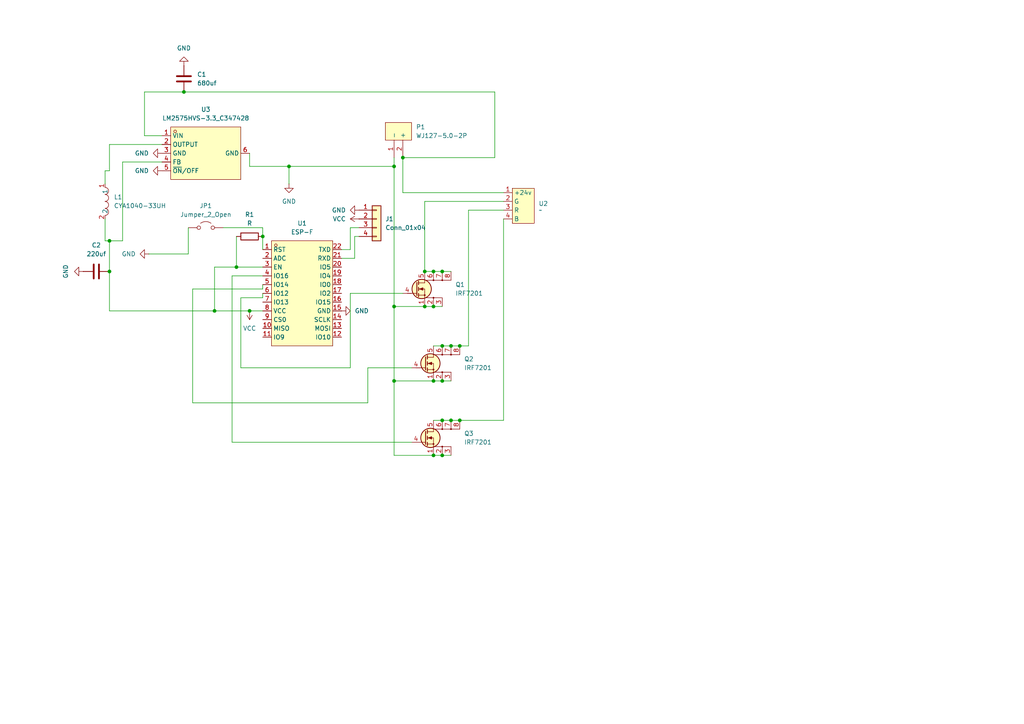
<source format=kicad_sch>
(kicad_sch (version 20231120) (generator "eeschema") (generator_version "8.0")
  (paper "A4")
  (lib_symbols
    (symbol "Connector_Generic:Conn_01x04" (pin_names (offset 1.016) hide)
      (property "Reference" "J" (at 0 5.08 0))
      (property "Value" "Conn_01x04" (at 0 -7.62 0))
      (symbol "Conn_01x04_1_1"
        (rectangle (start -1.27 -4.953) (end 0 -5.207) (stroke (width 0.1524)))
        (rectangle (start -1.27 -2.413) (end 0 -2.667) (stroke (width 0.1524)))
        (rectangle (start -1.27 0.127) (end 0 -0.127) (stroke (width 0.1524)))
        (rectangle (start -1.27 2.667) (end 0 2.413) (stroke (width 0.1524)))
        (rectangle (start -1.27 3.81) (end 1.27 -6.35) (stroke (width 0.254)) (fill (type background)))
        (pin passive line (at -5.08 2.54 0) (length 3.81) (name "Pin_1") (number "1"))
        (pin passive line (at -5.08 0 0) (length 3.81) (name "Pin_2") (number "2"))
        (pin passive line (at -5.08 -2.54 0) (length 3.81) (name "Pin_3") (number "3"))
        (pin passive line (at -5.08 -5.08 0) (length 3.81) (name "Pin_4") (number "4"))
      )
    )
    (symbol "Device:C" (pin_numbers hide) (pin_names (offset 0.254))
      (property "Reference" "C" (at 0.635 2.54 0))
      (property "Value" "C" (at 0.635 -2.54 0))
      (symbol "C_0_1"
        (polyline (pts (xy -2.032 -0.762) (xy 2.032 -0.762)) (stroke (width 0.508)))
        (polyline (pts (xy -2.032 0.762) (xy 2.032 0.762)) (stroke (width 0.508)))
      )
      (symbol "C_1_1"
        (pin passive line (at 0 3.81 270) (length 2.794) (name "~") (number "1"))
        (pin passive line (at 0 -3.81 90) (length 2.794) (name "~") (number "2"))
      )
    )
    (symbol "Device:R" (pin_numbers hide) (pin_names (offset 0))
      (property "Reference" "R" (at 2.032 0 90))
      (property "Value" "R" (at 0 0 90))
      (symbol "R_0_1"
        (rectangle (start -1.016 -2.54) (end 1.016 2.54) (stroke (width 0.254)))
      )
      (symbol "R_1_1"
        (pin passive line (at 0 3.81 270) (length 1.27) (name "~") (number "1"))
        (pin passive line (at 0 -3.81 90) (length 1.27) (name "~") (number "2"))
      )
    )
    (symbol "EasyEda:CYA1040-33UH"
      (property "Reference" "L" (at 0 5.08 0))
      (property "Value" "CYA1040-33UH" (at 0 -5.08 0))
      (symbol "CYA1040-33UH_0_1"
        (arc (start -2.03 0.01) (mid -3.055 1.013) (end -4.06 -0.01))
        (arc (start 0 0.01) (mid -1.025 1.013) (end -2.03 -0.01))
        (arc (start 2.03 0.01) (mid 1.005 1.013) (end 0 -0.01))
        (arc (start 4.06 0.01) (mid 3.035 1.013) (end 2.03 -0.01))
        (pin unspecified line (at -5.08 0 0) (length 1.016) (name "1") (number "1"))
        (pin unspecified line (at 5.08 0 180) (length 1.016) (name "2") (number "2"))
      )
    )
    (symbol "EasyEda:ESP-F"
      (property "Reference" "U" (at 0 17.78 0))
      (property "Value" "ESP-F" (at 0 -17.78 0))
      (symbol "ESP-F_0_1"
        (rectangle (start -8.89 15.24) (end 8.89 -15.24) (fill (type background)))
        (circle (center -7.62 13.97) (radius 0.38))
        (pin unspecified line (at -11.43 12.7 0) (length 2.54) (name "RST") (number "1"))
        (pin unspecified line (at -11.43 -10.16 0) (length 2.54) (name "MISO") (number "10"))
        (pin unspecified line (at -11.43 -12.7 0) (length 2.54) (name "IO9") (number "11"))
        (pin unspecified line (at 11.43 -12.7 180) (length 2.54) (name "IO10") (number "12"))
        (pin unspecified line (at 11.43 -10.16 180) (length 2.54) (name "MOSI") (number "13"))
        (pin unspecified line (at 11.43 -7.62 180) (length 2.54) (name "SCLK") (number "14"))
        (pin unspecified line (at 11.43 -5.08 180) (length 2.54) (name "GND") (number "15"))
        (pin unspecified line (at 11.43 -2.54 180) (length 2.54) (name "IO15") (number "16"))
        (pin unspecified line (at 11.43 0 180) (length 2.54) (name "IO2") (number "17"))
        (pin unspecified line (at 11.43 2.54 180) (length 2.54) (name "IO0") (number "18"))
        (pin unspecified line (at 11.43 5.08 180) (length 2.54) (name "IO4") (number "19"))
        (pin unspecified line (at -11.43 10.16 0) (length 2.54) (name "ADC") (number "2"))
        (pin unspecified line (at 11.43 7.62 180) (length 2.54) (name "IO5") (number "20"))
        (pin unspecified line (at 11.43 10.16 180) (length 2.54) (name "RXD") (number "21"))
        (pin unspecified line (at 11.43 12.7 180) (length 2.54) (name "TXD") (number "22"))
        (pin unspecified line (at -11.43 7.62 0) (length 2.54) (name "EN") (number "3"))
        (pin unspecified line (at -11.43 5.08 0) (length 2.54) (name "IO16") (number "4"))
        (pin unspecified line (at -11.43 2.54 0) (length 2.54) (name "IO14") (number "5"))
        (pin unspecified line (at -11.43 0 0) (length 2.54) (name "IO12") (number "6"))
        (pin unspecified line (at -11.43 -2.54 0) (length 2.54) (name "IO13") (number "7"))
        (pin unspecified line (at -11.43 -5.08 0) (length 2.54) (name "VCC") (number "8"))
        (pin unspecified line (at -11.43 -7.62 0) (length 2.54) (name "CS0") (number "9"))
      )
    )
    (symbol "EasyEda:LM2575HVS-3.3_C347428"
      (property "Reference" "U" (at 0 10.16 0))
      (property "Value" "LM2575HVS-3.3_C347428" (at 0 -10.16 0))
      (symbol "LM2575HVS-3.3_C347428_0_1"
        (rectangle (start -10.16 7.62) (end 10.16 -7.62) (fill (type background)))
        (circle (center -8.89 6.35) (radius 0.38))
        (pin unspecified line (at -12.7 5.08 0) (length 2.54) (name "VIN") (number "1"))
        (pin unspecified line (at -12.7 2.54 0) (length 2.54) (name "OUTPUT") (number "2"))
        (pin unspecified line (at -12.7 0 0) (length 2.54) (name "GND") (number "3"))
        (pin unspecified line (at -12.7 -2.54 0) (length 2.54) (name "FB") (number "4"))
        (pin unspecified line (at -12.7 -5.08 0) (length 2.54) (name "~{ON}/OFF") (number "5"))
        (pin unspecified line (at 12.7 0 180) (length 2.54) (name "GND") (number "6"))
      )
    )
    (symbol "EasyEda:WJ127-5.0-2P"
      (property "Reference" "P1" (at 5.08 3.8101 0))
      (property "Value" "WJ127-5.0-2P" (at 5.08 1.2701 0))
      (symbol "WJ127-5.0-2P_0_1"
        (rectangle (start -3.81 5.08) (end 3.81 0) (fill (type background)))
      )
      (symbol "WJ127-5.0-2P_1_1"
        (pin unspecified line (at -1.27 -5.08 90) (length 5.08) (name "-") (number "1"))
        (pin unspecified line (at 1.27 -5.08 90) (length 5.08) (name "+") (number "2"))
      )
    )
    (symbol "Jumper:Jumper_2_Open" (pin_numbers hide) (pin_names (offset 0) hide) (exclude_from_sim yes)
      (property "Reference" "JP" (at 0 2.794 0))
      (property "Value" "Jumper_2_Open" (at 0 -2.286 0))
      (symbol "Jumper_2_Open_0_0"
        (circle (center -2.032 0) (radius 0.508))
        (circle (center 2.032 0) (radius 0.508))
      )
      (symbol "Jumper_2_Open_0_1"
        (arc (start 1.524 1.27) (mid 0 1.778) (end -1.524 1.27))
      )
      (symbol "Jumper_2_Open_1_1"
        (pin passive line (at -5.08 0 0) (length 2.54) (name "A") (number "1"))
        (pin passive line (at 5.08 0 180) (length 2.54) (name "B") (number "2"))
      )
    )
    (symbol "PCM_Transistor_MOSFET_AKL:IRF7201" (pin_names hide)
      (property "Reference" "Q" (at 5.08 1.27 0))
      (property "Value" "IRF7201" (at 5.08 -1.27 0))
      (symbol "IRF7201_0_1"
        (polyline (pts (xy 0.254 -1.27) (xy -2.54 -1.27)))
        (polyline (pts (xy 0.254 1.905) (xy 0.254 -1.905)) (stroke (width 0.254)))
        (polyline (pts (xy 0.762 -1.778) (xy 2.54 -1.778)))
        (polyline (pts (xy 0.762 -1.27) (xy 0.762 -2.286)) (stroke (width 0.254)))
        (polyline (pts (xy 0.762 0.508) (xy 0.762 -0.508)) (stroke (width 0.254)))
        (polyline (pts (xy 0.762 2.286) (xy 0.762 1.27)) (stroke (width 0.254)))
        (polyline (pts (xy 2.54 1.778) (xy 0.762 1.778)))
        (polyline (pts (xy 2.54 2.54) (xy 2.54 1.778)))
        (polyline (pts (xy 7.62 -2.54) (xy 2.54 -2.54)))
        (polyline (pts (xy 10.16 2.54) (xy 2.54 2.54)))
        (polyline (pts (xy 2.54 -2.54) (xy 2.54 0) (xy 0.762 0)))
        (polyline (pts (xy 1.016 0) (xy 2.032 0.381) (xy 2.032 -0.381) (xy 1.016 0)) (fill (type outline)))
        (circle (center 1.651 0) (radius 2.794) (stroke (width 0.254)) (fill (type background)))
        (circle (center 2.54 -1.778) (radius 0.1778) (fill (type outline)))
        (circle (center 5.08 2.54) (radius 0.1778) (fill (type outline)))
      )
      (symbol "IRF7201_1_1"
        (circle (center 5.08 -2.54) (radius 0.1778) (fill (type outline)))
        (circle (center 7.62 2.54) (radius 0.1778) (fill (type outline)))
        (pin passive line (at 2.54 -5.08 90) (length 2.54) (name "S") (number "1"))
        (pin passive line (at 5.08 -5.08 90) (length 2.54) (name "S") (number "2"))
        (pin passive line (at 7.62 -5.08 90) (length 2.54) (name "S") (number "3"))
        (pin input line (at -3.81 -1.27 0) (length 2.54) (name "G") (number "4"))
        (pin passive line (at 2.54 5.08 270) (length 2.54) (name "D") (number "5"))
        (pin passive line (at 5.08 5.08 270) (length 2.54) (name "D") (number "6"))
        (pin passive line (at 7.62 5.08 270) (length 2.54) (name "D") (number "7"))
        (pin passive line (at 10.16 5.08 270) (length 2.54) (name "D") (number "8"))
      )
    )
    (symbol "mylibrary:ledstrip4pin"
      (property "Reference" "U" (at 0 0 0))
      (symbol "ledstrip4pin_1_1"
        (rectangle (start 0 -2.54) (end 6.35 -12.7) (fill (type background)))
        (pin power_in line (at -2.54 -3.81 0) (length 2.54) (name "+24v") (number "1"))
        (pin input line (at -2.54 -6.35 0) (length 2.54) (name "G") (number "2"))
        (pin input line (at -2.54 -8.89 0) (length 2.54) (name "R") (number "3"))
        (pin input line (at -2.54 -11.43 0) (length 2.54) (name "B") (number "4"))
      )
    )
    (symbol "power:GND" (power) (pin_numbers hide) (pin_names (offset 0) hide)
      (property "Value" "GND" (at 0 -3.81 0))
      (symbol "GND_0_1"
        (polyline (pts (xy 0 0) (xy 0 -1.27) (xy 1.27 -1.27) (xy 0 -2.54) (xy -1.27 -1.27) (xy 0 -1.27)))
      )
      (symbol "GND_1_1"
        (pin power_in line (at 0 0 270) (length 0) (name "~") (number "1"))
      )
    )
    (symbol "power:VCC" (power) (pin_numbers hide) (pin_names (offset 0) hide)
      (property "Value" "VCC" (at 0 3.556 0))
      (symbol "VCC_0_1"
        (polyline (pts (xy -0.762 1.27) (xy 0 2.54)))
        (polyline (pts (xy 0 0) (xy 0 2.54)))
        (polyline (pts (xy 0 2.54) (xy 0.762 1.27)))
      )
      (symbol "VCC_1_1"
        (pin power_in line (at 0 0 90) (length 0) (name "~") (number "1"))
      )
    )
  )
  (junction (at 76.2 68.58))
  (junction (at 125.73 110.49))
  (junction (at 133.35 121.92))
  (junction (at 68.58 77.47))
  (junction (at 62.23 90.17))
  (junction (at 128.27 100.33))
  (junction (at 114.3 88.9))
  (junction (at 31.75 78.74))
  (junction (at 125.73 78.74))
  (junction (at 123.19 88.9))
  (junction (at 130.81 121.92))
  (junction (at 125.73 132.08))
  (junction (at 128.27 121.92))
  (junction (at 114.3 110.49))
  (junction (at 53.34 26.67))
  (junction (at 116.84 45.72))
  (junction (at 31.75 69.85))
  (junction (at 125.73 88.9))
  (junction (at 114.3 48.26))
  (junction (at 128.27 132.08))
  (junction (at 83.82 48.26))
  (junction (at 133.35 100.33))
  (junction (at 123.19 78.74))
  (junction (at 128.27 110.49))
  (junction (at 130.81 100.33))
  (junction (at 128.27 78.74))
  (junction (at 72.39 90.17))
  (wire (pts (xy 31.75 90.17) (xy 62.23 90.17)))
  (wire (pts (xy 35.56 46.99) (xy 35.56 69.85)))
  (wire (pts (xy 101.6 72.39) (xy 101.6 66.04)))
  (wire (pts (xy 31.75 78.74) (xy 31.75 90.17)))
  (wire (pts (xy 55.88 116.84) (xy 55.88 83.82)))
  (wire (pts (xy 83.82 48.26) (xy 72.39 48.26)))
  (wire (pts (xy 31.75 41.91) (xy 46.99 41.91)))
  (wire (pts (xy 116.84 45.72) (xy 143.51 45.72)))
  (wire (pts (xy 76.2 77.47) (xy 68.58 77.47)))
  (wire (pts (xy 146.05 63.5) (xy 146.05 121.92)))
  (wire (pts (xy 125.73 121.92) (xy 128.27 121.92)))
  (wire (pts (xy 123.19 58.42) (xy 123.19 78.74)))
  (wire (pts (xy 41.91 26.67) (xy 41.91 39.37)))
  (wire (pts (xy 67.31 128.27) (xy 119.38 128.27)))
  (wire (pts (xy 53.34 26.67) (xy 143.51 26.67)))
  (wire (pts (xy 30.48 69.85) (xy 30.48 63.5)))
  (wire (pts (xy 128.27 100.33) (xy 125.73 100.33)))
  (wire (pts (xy 130.81 100.33) (xy 128.27 100.33)))
  (wire (pts (xy 114.3 88.9) (xy 114.3 48.26)))
  (wire (pts (xy 128.27 110.49) (xy 125.73 110.49)))
  (wire (pts (xy 64.77 66.04) (xy 76.2 66.04)))
  (wire (pts (xy 67.31 128.27) (xy 67.31 80.01)))
  (wire (pts (xy 146.05 58.42) (xy 123.19 58.42)))
  (wire (pts (xy 123.19 78.74) (xy 125.73 78.74)))
  (wire (pts (xy 69.85 86.36) (xy 76.2 86.36)))
  (wire (pts (xy 55.88 83.82) (xy 76.2 83.82)))
  (wire (pts (xy 54.61 73.66) (xy 54.61 66.04)))
  (wire (pts (xy 30.48 69.85) (xy 31.75 69.85)))
  (wire (pts (xy 31.75 69.85) (xy 31.75 78.74)))
  (wire (pts (xy 135.89 60.96) (xy 135.89 100.33)))
  (wire (pts (xy 130.81 110.49) (xy 128.27 110.49)))
  (wire (pts (xy 67.31 80.01) (xy 76.2 80.01)))
  (wire (pts (xy 30.48 49.53) (xy 31.75 49.53)))
  (wire (pts (xy 99.06 72.39) (xy 101.6 72.39)))
  (wire (pts (xy 130.81 121.92) (xy 133.35 121.92)))
  (wire (pts (xy 133.35 100.33) (xy 130.81 100.33)))
  (wire (pts (xy 123.19 88.9) (xy 114.3 88.9)))
  (wire (pts (xy 104.14 68.58) (xy 102.87 68.58)))
  (wire (pts (xy 106.68 116.84) (xy 55.88 116.84)))
  (wire (pts (xy 146.05 55.88) (xy 116.84 55.88)))
  (wire (pts (xy 101.6 66.04) (xy 104.14 66.04)))
  (wire (pts (xy 62.23 77.47) (xy 62.23 90.17)))
  (wire (pts (xy 68.58 68.58) (xy 68.58 77.47)))
  (wire (pts (xy 128.27 121.92) (xy 130.81 121.92)))
  (wire (pts (xy 116.84 55.88) (xy 116.84 45.72)))
  (wire (pts (xy 101.6 106.68) (xy 69.85 106.68)))
  (wire (pts (xy 133.35 121.92) (xy 146.05 121.92)))
  (wire (pts (xy 72.39 48.26) (xy 72.39 44.45)))
  (wire (pts (xy 116.84 85.09) (xy 101.6 85.09)))
  (wire (pts (xy 83.82 48.26) (xy 83.82 53.34)))
  (wire (pts (xy 76.2 68.58) (xy 76.2 72.39)))
  (wire (pts (xy 143.51 45.72) (xy 143.51 26.67)))
  (wire (pts (xy 30.48 49.53) (xy 30.48 53.34)))
  (wire (pts (xy 114.3 48.26) (xy 83.82 48.26)))
  (wire (pts (xy 41.91 26.67) (xy 53.34 26.67)))
  (wire (pts (xy 114.3 132.08) (xy 114.3 110.49)))
  (wire (pts (xy 31.75 41.91) (xy 31.75 49.53)))
  (wire (pts (xy 62.23 90.17) (xy 72.39 90.17)))
  (wire (pts (xy 102.87 74.93) (xy 99.06 74.93)))
  (wire (pts (xy 106.68 106.68) (xy 106.68 116.84)))
  (wire (pts (xy 114.3 48.26) (xy 114.3 45.72)))
  (wire (pts (xy 31.75 69.85) (xy 35.56 69.85)))
  (wire (pts (xy 76.2 66.04) (xy 76.2 68.58)))
  (wire (pts (xy 125.73 132.08) (xy 114.3 132.08)))
  (wire (pts (xy 101.6 85.09) (xy 101.6 106.68)))
  (wire (pts (xy 102.87 68.58) (xy 102.87 74.93)))
  (wire (pts (xy 72.39 90.17) (xy 76.2 90.17)))
  (wire (pts (xy 128.27 132.08) (xy 125.73 132.08)))
  (wire (pts (xy 130.81 132.08) (xy 128.27 132.08)))
  (wire (pts (xy 146.05 60.96) (xy 135.89 60.96)))
  (wire (pts (xy 41.91 39.37) (xy 46.99 39.37)))
  (wire (pts (xy 125.73 88.9) (xy 128.27 88.9)))
  (wire (pts (xy 76.2 83.82) (xy 76.2 82.55)))
  (wire (pts (xy 128.27 78.74) (xy 130.81 78.74)))
  (wire (pts (xy 69.85 106.68) (xy 69.85 86.36)))
  (wire (pts (xy 119.38 106.68) (xy 106.68 106.68)))
  (wire (pts (xy 125.73 78.74) (xy 128.27 78.74)))
  (wire (pts (xy 123.19 88.9) (xy 125.73 88.9)))
  (wire (pts (xy 46.99 46.99) (xy 35.56 46.99)))
  (wire (pts (xy 68.58 77.47) (xy 62.23 77.47)))
  (wire (pts (xy 125.73 110.49) (xy 114.3 110.49)))
  (wire (pts (xy 76.2 86.36) (xy 76.2 85.09)))
  (wire (pts (xy 114.3 110.49) (xy 114.3 88.9)))
  (wire (pts (xy 135.89 100.33) (xy 133.35 100.33)))
  (wire (pts (xy 43.18 73.66) (xy 54.61 73.66)))
  (symbol (lib_id "Device:C") (at 53.34 22.86 180) (unit 1)
    (property "Reference" "C1" (at 57.15 21.5899 0) (effects (justify right)))
    (property "Value" "680uf" (at 57.15 24.1299 0) (effects (justify right)))
    (property "Footprint" "easyeda2kicad:CAP-SMD_BD6.3-L6.6-W6.6-FD" (effects (hide yes)))
    (property "Description" "Unpolarized capacitor" (effects (hide yes)))
  )
  (symbol (lib_id "PCM_Transistor_MOSFET_AKL:IRF7201") (at 120.65 83.82 0) (unit 1)
    (property "Reference" "Q1" (at 132.08 82.5499 0) (effects (justify left)))
    (property "Value" "IRF7201" (at 132.08 85.0899 0) (effects (justify left)))
    (property "Footprint" "PCM_Package_SO_AKL:SO-8_3.9x4.9mm_P1.27mm" (effects (hide yes)))
    (property "Datasheet" "https://www.tme.eu/Document/2236d1e957c84d9166006e57b3cec4c0/IRF7201TRPBF.pdf" (effects (hide yes)))
    (property "Description" "SO-8 N-MOSFET enchancement mode transistor, 30V, 7.3A, 2.5W, Alternate KiCAD Library" (effects (hide yes)))
  )
  (symbol (lib_id "power:GND") (at 46.99 44.45 270) (unit 1)
    (property "Reference" "#PWR04" (effects (hide yes)))
    (property "Value" "GND" (at 43.18 44.4499 90) (effects (justify right)))
    (property "Description" "Power symbol creates a global label with name \"GND\" , ground" (effects (hide yes)))
  )
  (symbol (lib_id "EasyEda:LM2575HVS-3.3_C347428") (at 59.69 44.45 0) (unit 1)
    (property "Reference" "U3" (at 59.69 31.75 0))
    (property "Value" "LM2575HVS-3.3_C347428" (at 59.69 34.29 0))
    (property "Footprint" "easyeda2kicad:TO-263-5_L10.0-W8.4-P1.70-LS15.3-BR" (effects (hide yes)))
    (property "LCSC Part" "C347428" (effects (hide yes)))
  )
  (symbol (lib_id "Device:R") (at 72.39 68.58 90) (unit 1)
    (property "Reference" "R1" (at 72.39 62.23 90))
    (property "Value" "R" (at 72.39 64.77 90))
    (property "Footprint" "Resistor_SMD:R_0603_1608Metric" (effects (hide yes)))
    (property "Description" "Resistor" (effects (hide yes)))
  )
  (symbol (lib_id "power:GND") (at 104.14 60.96 270) (unit 1)
    (property "Reference" "#PWR07" (effects (hide yes)))
    (property "Value" "GND" (at 100.33 60.9599 90) (effects (justify right)))
    (property "Description" "Power symbol creates a global label with name \"GND\" , ground" (effects (hide yes)))
  )
  (symbol (lib_id "power:GND") (at 24.13 78.74 270) (unit 1)
    (property "Reference" "#PWR08" (effects (hide yes)))
    (property "Value" "GND" (at 19.05 78.74 0))
    (property "Description" "Power symbol creates a global label with name \"GND\" , ground" (effects (hide yes)))
  )
  (symbol (lib_id "power:GND") (at 46.99 49.53 270) (unit 1)
    (property "Reference" "#PWR05" (effects (hide yes)))
    (property "Value" "GND" (at 43.18 49.5299 90) (effects (justify right)))
    (property "Description" "Power symbol creates a global label with name \"GND\" , ground" (effects (hide yes)))
  )
  (symbol (lib_id "EasyEda:ESP-F") (at 87.63 85.09 0) (unit 1)
    (property "Reference" "U1" (at 87.63 64.77 0))
    (property "Value" "ESP-F" (at 87.63 67.31 0))
    (property "Footprint" "easyeda2kicad:WIFIM-SMD_ESP-F" (effects (hide yes)))
    (property "LCSC Part" "C19949062" (effects (hide yes)))
  )
  (symbol (lib_id "EasyEda:WJ127-5.0-2P") (at 115.57 40.64 0) (unit 1)
    (property "Reference" "P1" (at 120.65 36.8299 0) (effects (justify left)))
    (property "Value" "WJ127-5.0-2P" (at 120.65 39.3699 0) (effects (justify left)))
    (property "Footprint" "easyeda2kicad:CONN-TH_2P-P5.00_CPC3703CTR" (effects (hide yes)))
    (property "Datasheet" "https://lcsc.com/product-detail/Terminal-Blocks_WJ127-5-0-2P_C3703.html" (effects (hide yes)))
    (property "LCSC Part" "C3703" (effects (hide yes)))
  )
  (symbol (lib_id "Jumper:Jumper_2_Open") (at 59.69 66.04 0) (unit 1) (exclude_from_sim yes)
    (property "Reference" "JP1" (at 59.69 59.69 0))
    (property "Value" "Jumper_2_Open" (at 59.69 62.23 0))
    (property "Footprint" "Jumper:SolderJumper-2_P1.3mm_Open_Pad1.0x1.5mm" (effects (hide yes)))
    (property "Description" "Jumper, 2-pole, open" (effects (hide yes)))
  )
  (symbol (lib_id "EasyEda:CYA1040-33UH") (at 30.48 58.42 270) (unit 1)
    (property "Reference" "L1" (at 33.02 57.1499 90) (effects (justify left)))
    (property "Value" "CYA1040-33UH" (at 33.02 59.6899 90) (effects (justify left)))
    (property "Footprint" "easyeda2kicad:IND-SMD_L11.6-W10.1" (effects (hide yes)))
    (property "LCSC Part" "C6364680" (effects (hide yes)))
  )
  (symbol (lib_id "power:GND") (at 43.18 73.66 270) (unit 1)
    (property "Reference" "#PWR03" (effects (hide yes)))
    (property "Value" "GND" (at 39.37 73.6599 90) (effects (justify right)))
    (property "Description" "Power symbol creates a global label with name \"GND\" , ground" (effects (hide yes)))
  )
  (symbol (lib_id "power:GND") (at 83.82 53.34 0) (unit 1)
    (property "Reference" "#PWR01" (effects (hide yes)))
    (property "Value" "GND" (at 83.82 58.42 0))
    (property "Description" "Power symbol creates a global label with name \"GND\" , ground" (effects (hide yes)))
  )
  (symbol (lib_id "power:VCC") (at 104.14 63.5 90) (unit 1)
    (property "Reference" "#PWR010" (effects (hide yes)))
    (property "Value" "VCC" (at 100.33 63.4999 90) (effects (justify left)))
    (property "Description" "Power symbol creates a global label with name \"VCC\"" (effects (hide yes)))
  )
  (symbol (lib_id "PCM_Transistor_MOSFET_AKL:IRF7201") (at 123.19 127 0) (unit 1)
    (property "Reference" "Q3" (at 134.62 125.7299 0) (effects (justify left)))
    (property "Value" "IRF7201" (at 134.62 128.2699 0) (effects (justify left)))
    (property "Footprint" "PCM_Package_SO_AKL:SO-8_3.9x4.9mm_P1.27mm" (effects (hide yes)))
    (property "Datasheet" "https://www.tme.eu/Document/2236d1e957c84d9166006e57b3cec4c0/IRF7201TRPBF.pdf" (effects (hide yes)))
    (property "Description" "SO-8 N-MOSFET enchancement mode transistor, 30V, 7.3A, 2.5W, Alternate KiCAD Library" (effects (hide yes)))
  )
  (symbol (lib_id "PCM_Transistor_MOSFET_AKL:IRF7201") (at 123.19 105.41 0) (unit 1)
    (property "Reference" "Q2" (at 134.62 104.1399 0) (effects (justify left)))
    (property "Value" "IRF7201" (at 134.62 106.6799 0) (effects (justify left)))
    (property "Footprint" "PCM_Package_SO_AKL:SO-8_3.9x4.9mm_P1.27mm" (effects (hide yes)))
    (property "Datasheet" "https://www.tme.eu/Document/2236d1e957c84d9166006e57b3cec4c0/IRF7201TRPBF.pdf" (effects (hide yes)))
    (property "Description" "SO-8 N-MOSFET enchancement mode transistor, 30V, 7.3A, 2.5W, Alternate KiCAD Library" (effects (hide yes)))
  )
  (symbol (lib_id "power:VCC") (at 72.39 90.17 180) (unit 1)
    (property "Reference" "#PWR09" (effects (hide yes)))
    (property "Value" "VCC" (at 72.39 95.25 0))
    (property "Description" "Power symbol creates a global label with name \"VCC\"" (effects (hide yes)))
  )
  (symbol (lib_id "Device:C") (at 27.94 78.74 270) (unit 1)
    (property "Reference" "C2" (at 27.94 71.12 90))
    (property "Value" "220uf" (at 27.94 73.66 90))
    (property "Footprint" "easyeda2kicad:CAP-SMD_BD6.3-L6.6-W6.6-FD" (effects (hide yes)))
    (property "Description" "Unpolarized capacitor" (effects (hide yes)))
  )
  (symbol (lib_id "power:GND") (at 53.34 19.05 180) (unit 1)
    (property "Reference" "#PWR06" (effects (hide yes)))
    (property "Value" "GND" (at 53.34 13.97 0))
    (property "Description" "Power symbol creates a global label with name \"GND\" , ground" (effects (hide yes)))
  )
  (symbol (lib_id "power:GND") (at 99.06 90.17 90) (unit 1)
    (property "Reference" "#PWR02" (effects (hide yes)))
    (property "Value" "GND" (at 102.87 90.1699 90) (effects (justify right)))
    (property "Description" "Power symbol creates a global label with name \"GND\" , ground" (effects (hide yes)))
  )
  (symbol (lib_id "Connector_Generic:Conn_01x04") (at 109.22 63.5 0) (unit 1)
    (property "Reference" "J1" (at 111.76 63.4999 0) (effects (justify left)))
    (property "Value" "Conn_01x04" (at 111.76 66.0399 0) (effects (justify left)))
    (property "Footprint" "Connector_PinHeader_2.54mm:PinHeader_1x04_P2.54mm_Vertical" (effects (hide yes)))
    (property "Description" "Generic connector, single row, 01x04, script generated (kicad-library-utils/schlib/autogen/connector/)" (effects (hide yes)))
  )
  (symbol (lib_id "mylibrary:ledstrip4pin") (at 148.59 52.07 0) (unit 1)
    (property "Reference" "U2" (at 156.21 59.0549 0) (effects (justify left)))
    (property "Value" "~" (at 156.21 60.96 0) (effects (justify left)))
    (property "Footprint" "mylibrary:ledstrip" (effects (hide yes)))
  )
)
</source>
